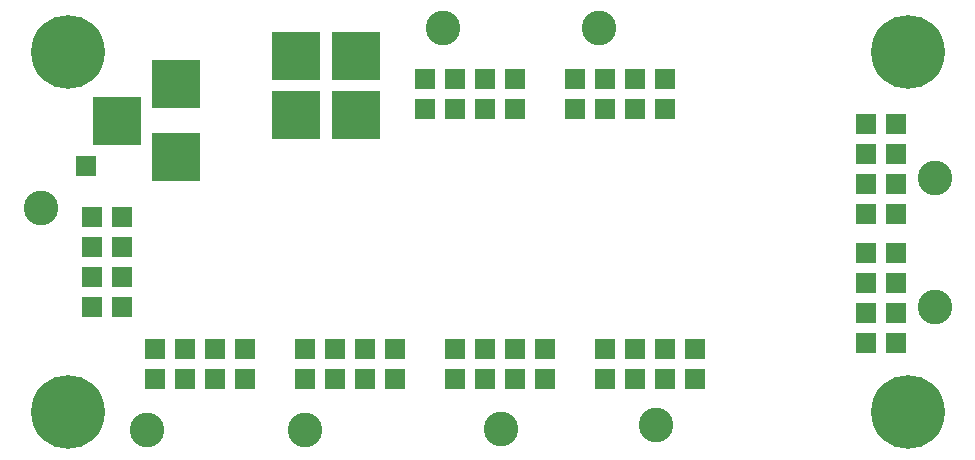
<source format=gbr>
%TF.GenerationSoftware,KiCad,Pcbnew,no-vcs-found-7571~57~ubuntu16.04.1*%
%TF.CreationDate,2017-02-03T14:39:28+01:00*%
%TF.ProjectId,UNIPOWER04A,554E49504F5745523034412E6B696361,rev?*%
%TF.FileFunction,Soldermask,Top*%
%TF.FilePolarity,Negative*%
%FSLAX46Y46*%
G04 Gerber Fmt 4.6, Leading zero omitted, Abs format (unit mm)*
G04 Created by KiCad (PCBNEW no-vcs-found-7571~57~ubuntu16.04.1) date Fri Feb  3 14:39:28 2017*
%MOMM*%
%LPD*%
G01*
G04 APERTURE LIST*
%ADD10C,0.350000*%
%ADD11R,4.050000X4.050000*%
%ADD12C,2.940000*%
%ADD13R,1.764000X1.764000*%
%ADD14C,6.240000*%
G04 APERTURE END LIST*
D10*
D11*
X14224000Y32870000D03*
X14224000Y26670000D03*
X9224000Y29770000D03*
D12*
X2794000Y22352000D03*
X11811000Y3556000D03*
X41808400Y3683000D03*
X50038000Y37592000D03*
X36830000Y37592000D03*
X78486000Y24892000D03*
X25146000Y3556000D03*
X54914800Y3987800D03*
X78486000Y13970000D03*
D13*
X6604000Y25908000D03*
X9652000Y13970000D03*
X7112000Y13970000D03*
X9652000Y16510000D03*
X7112000Y16510000D03*
X9652000Y19050000D03*
X7112000Y19050000D03*
X9652000Y21590000D03*
X7112000Y21590000D03*
X20066000Y10414000D03*
X20066000Y7874000D03*
X17526000Y10414000D03*
X17526000Y7874000D03*
X14986000Y10414000D03*
X14986000Y7874000D03*
X12446000Y10414000D03*
X12446000Y7874000D03*
X37846000Y7874000D03*
X37846000Y10414000D03*
X40386000Y7874000D03*
X40386000Y10414000D03*
X42926000Y7874000D03*
X42926000Y10414000D03*
X45466000Y7874000D03*
X45466000Y10414000D03*
X48006000Y30734000D03*
X48006000Y33274000D03*
X50546000Y30734000D03*
X50546000Y33274000D03*
X53086000Y30734000D03*
X53086000Y33274000D03*
X55626000Y30734000D03*
X55626000Y33274000D03*
X35306000Y30734000D03*
X35306000Y33274000D03*
X37846000Y30734000D03*
X37846000Y33274000D03*
X40386000Y30734000D03*
X40386000Y33274000D03*
X42926000Y30734000D03*
X42926000Y33274000D03*
X75184000Y21844000D03*
X72644000Y21844000D03*
X75184000Y24384000D03*
X72644000Y24384000D03*
X75184000Y26924000D03*
X72644000Y26924000D03*
X75184000Y29464000D03*
X72644000Y29464000D03*
X25146000Y7874000D03*
X25146000Y10414000D03*
X27686000Y7874000D03*
X27686000Y10414000D03*
X30226000Y7874000D03*
X30226000Y10414000D03*
X32766000Y7874000D03*
X32766000Y10414000D03*
X50546000Y7874000D03*
X50546000Y10414000D03*
X53086000Y7874000D03*
X53086000Y10414000D03*
X55626000Y7874000D03*
X55626000Y10414000D03*
X58166000Y7874000D03*
X58166000Y10414000D03*
X75184000Y10922000D03*
X72644000Y10922000D03*
X75184000Y13462000D03*
X72644000Y13462000D03*
X75184000Y16002000D03*
X72644000Y16002000D03*
X75184000Y18542000D03*
X72644000Y18542000D03*
D14*
X76200000Y35560000D03*
X76200000Y5080000D03*
X5080000Y35560000D03*
X5080000Y5080000D03*
D11*
X24384000Y35226000D03*
X24384000Y30226000D03*
X29464000Y30226000D03*
X29464000Y35226000D03*
M02*

</source>
